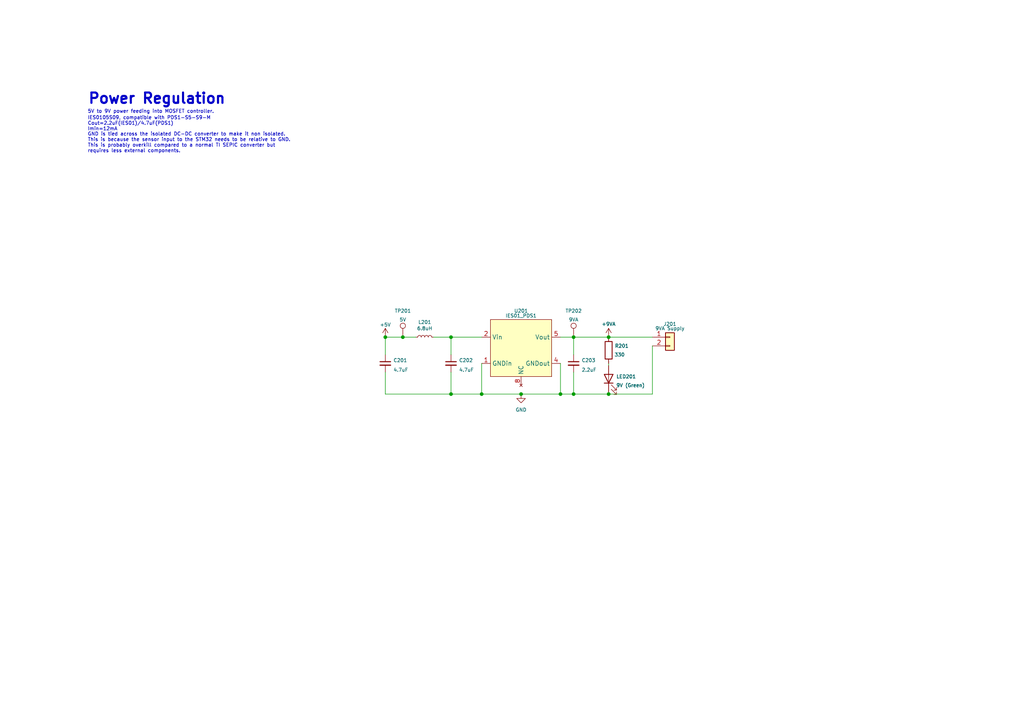
<source format=kicad_sch>
(kicad_sch (version 20211123) (generator eeschema)
  (paper "A4")
  (title_block (title "Curve Tracer") (date "2022-06-05") (rev "1.3.0") (company "Longhorn Racing Solar") (comment 1 "Matthew Yu") (comment 2 "Gary Hallock"))
  (lib_symbols
    (symbol "Array:IES01_PDS1"
      (property "Reference" "U" (at 0 11.43 0))
      (property "Value" "IES01_PDS1" (at 0 8.89 0))
      (symbol "IES01_PDS1_0_1"
        (rectangle (start -8.89 7.62) (end 8.89 -8.89) (stroke (width 0.1524)) (fill (type background)))
      )
      (symbol "IES01_PDS1_1_1"
        (pin input line (at -11.43 -5.08 0) (length 2.54) (name "GNDin") (number "1"))
        (pin input line (at -11.43 2.54 0) (length 2.54) (name "Vin") (number "2"))
        (pin input line (at 11.43 -5.08 180) (length 2.54) (name "GNDout") (number "4"))
        (pin power_out line (at 11.43 2.54 180) (length 2.54) (name "Vout") (number "5"))
        (pin no_connect line (at 0 -11.43 90) (length 2.54) (name "NC") (number "8"))
      )
    )
    (symbol "Connector:TestPoint" (pin_numbers hide) (pin_names (offset 0.762) hide)
      (property "Reference" "TP" (at 0 6.858 0))
      (property "Value" "TestPoint" (at 0 5.08 0))
      (symbol "TestPoint_0_1"
        (circle (center 0 3.302) (radius 0.762))
      )
      (symbol "TestPoint_1_1"
        (pin passive line (at 0 0 90) (length 2.54) (name "1") (number "1"))
      )
    )
    (symbol "Connector_Generic:Conn_01x02" (pin_names (offset 1.016) hide)
      (property "Reference" "J" (at 0 2.54 0))
      (property "Value" "Conn_01x02" (at 0 -5.08 0))
      (symbol "Conn_01x02_1_1"
        (rectangle (start -1.27 -2.413) (end 0 -2.667) (stroke (width 0.1524)))
        (rectangle (start -1.27 0.127) (end 0 -0.127) (stroke (width 0.1524)))
        (rectangle (start -1.27 1.27) (end 1.27 -3.81) (stroke (width 0.254)) (fill (type background)))
        (pin passive line (at -5.08 0 0) (length 3.81) (name "Pin_1") (number "1"))
        (pin passive line (at -5.08 -2.54 0) (length 3.81) (name "Pin_2") (number "2"))
      )
    )
    (symbol "Device:C_Small" (pin_numbers hide) (pin_names (offset 0.254) hide)
      (property "Reference" "C" (at 0.254 1.778 0))
      (property "Value" "C_Small" (at 0.254 -2.032 0))
      (symbol "C_Small_0_1"
        (polyline (pts (xy -1.524 -0.508) (xy 1.524 -0.508)) (stroke (width 0.3302)))
        (polyline (pts (xy -1.524 0.508) (xy 1.524 0.508)) (stroke (width 0.3048)))
      )
      (symbol "C_Small_1_1"
        (pin passive line (at 0 2.54 270) (length 2.032) (name "~") (number "1"))
        (pin passive line (at 0 -2.54 90) (length 2.032) (name "~") (number "2"))
      )
    )
    (symbol "Device:LED" (pin_numbers hide) (pin_names (offset 1.016) hide)
      (property "Reference" "D" (at 0 2.54 0))
      (property "Value" "LED" (at 0 -2.54 0))
      (symbol "LED_0_1"
        (polyline (pts (xy -1.27 -1.27) (xy -1.27 1.27)) (stroke (width 0.254)))
        (polyline (pts (xy -1.27 0) (xy 1.27 0)))
        (polyline (pts (xy 1.27 -1.27) (xy 1.27 1.27) (xy -1.27 0) (xy 1.27 -1.27)) (stroke (width 0.254)))
        (polyline (pts (xy -3.048 -0.762) (xy -4.572 -2.286) (xy -3.81 -2.286) (xy -4.572 -2.286) (xy -4.572 -1.524)))
        (polyline (pts (xy -1.778 -0.762) (xy -3.302 -2.286) (xy -2.54 -2.286) (xy -3.302 -2.286) (xy -3.302 -1.524)))
      )
      (symbol "LED_1_1"
        (pin passive line (at -3.81 0 0) (length 2.54) (name "K") (number "1"))
        (pin passive line (at 3.81 0 180) (length 2.54) (name "A") (number "2"))
      )
    )
    (symbol "Device:L_Small" (pin_numbers hide) (pin_names (offset 0.254) hide)
      (property "Reference" "L" (at 0.762 1.016 0))
      (property "Value" "L_Small" (at 0.762 -1.016 0))
      (symbol "L_Small_0_1"
        (arc (start 0 -2.032) (mid 0.508 -1.524) (end 0 -1.016))
        (arc (start 0 -1.016) (mid 0.508 -0.508) (end 0 0))
        (arc (start 0 0) (mid 0.508 0.508) (end 0 1.016))
        (arc (start 0 1.016) (mid 0.508 1.524) (end 0 2.032))
      )
      (symbol "L_Small_1_1"
        (pin passive line (at 0 2.54 270) (length 0.508) (name "~") (number "1"))
        (pin passive line (at 0 -2.54 90) (length 0.508) (name "~") (number "2"))
      )
    )
    (symbol "Device:R" (pin_numbers hide) (pin_names (offset 0))
      (property "Reference" "R" (at 2.032 0 90))
      (property "Value" "R" (at 0 0 90))
      (symbol "R_0_1"
        (rectangle (start -1.016 -2.54) (end 1.016 2.54) (stroke (width 0.254)))
      )
      (symbol "R_1_1"
        (pin passive line (at 0 3.81 270) (length 1.27) (name "~") (number "1"))
        (pin passive line (at 0 -3.81 90) (length 1.27) (name "~") (number "2"))
      )
    )
    (symbol "power:+5V" (power) (pin_names (offset 0))
      (property "Value" "+5V" (at 0 3.556 0))
      (symbol "+5V_0_1"
        (polyline (pts (xy -0.762 1.27) (xy 0 2.54)))
        (polyline (pts (xy 0 0) (xy 0 2.54)))
        (polyline (pts (xy 0 2.54) (xy 0.762 1.27)))
      )
      (symbol "+5V_1_1"
        (pin power_in line (at 0 0 90) (length 0) hide (name "+5V") (number "1"))
      )
    )
    (symbol "power:+9VA" (power) (pin_names (offset 0))
      (property "Value" "+9VA" (at 0 3.81 0))
      (symbol "+9VA_0_1"
        (polyline (pts (xy -0.762 1.27) (xy 0 2.54)))
        (polyline (pts (xy 0 0) (xy 0 2.54)))
        (polyline (pts (xy 0 2.54) (xy 0.762 1.27)))
      )
      (symbol "+9VA_1_1"
        (pin power_in line (at 0 0 90) (length 0) hide (name "+9VA") (number "1"))
      )
    )
    (symbol "power:GND" (power) (pin_names (offset 0))
      (property "Value" "GND" (at 0 -3.81 0))
      (symbol "GND_0_1"
        (polyline (pts (xy 0 0) (xy 0 -1.27) (xy 1.27 -1.27) (xy 0 -2.54) (xy -1.27 -1.27) (xy 0 -1.27)))
      )
      (symbol "GND_1_1"
        (pin power_in line (at 0 0 270) (length 0) hide (name "GND") (number "1"))
      )
    )
  )
  (junction (at 139.7 114.3))
  (junction (at 176.53 114.3))
  (junction (at 116.84 97.79))
  (junction (at 166.37 114.3))
  (junction (at 151.13 114.3))
  (junction (at 162.56 114.3))
  (junction (at 130.81 114.3))
  (junction (at 166.37 97.79))
  (junction (at 111.76 97.79))
  (junction (at 130.81 97.79))
  (junction (at 176.53 97.79))
  (wire (pts (xy 176.53 106.045) (xy 176.53 105.41)))
  (wire (pts (xy 166.37 114.3) (xy 162.56 114.3)))
  (wire (pts (xy 125.73 97.79) (xy 130.81 97.79)))
  (wire (pts (xy 130.81 114.3) (xy 111.76 114.3)))
  (wire (pts (xy 166.37 97.79) (xy 176.53 97.79)))
  (wire (pts (xy 189.23 100.33) (xy 189.23 114.3)))
  (wire (pts (xy 116.84 97.79) (xy 111.76 97.79)))
  (wire (pts (xy 130.81 107.95) (xy 130.81 114.3)))
  (wire (pts (xy 166.37 97.79) (xy 166.37 102.87)))
  (wire (pts (xy 130.81 97.79) (xy 130.81 102.87)))
  (wire (pts (xy 162.56 97.79) (xy 166.37 97.79)))
  (wire (pts (xy 162.56 105.41) (xy 162.56 114.3)))
  (wire (pts (xy 189.23 114.3) (xy 176.53 114.3)))
  (wire (pts (xy 139.7 105.41) (xy 139.7 114.3)))
  (wire (pts (xy 111.76 97.79) (xy 111.76 102.87)))
  (wire (pts (xy 151.13 114.3) (xy 139.7 114.3)))
  (wire (pts (xy 176.53 114.3) (xy 176.53 113.665)))
  (wire (pts (xy 166.37 107.95) (xy 166.37 114.3)))
  (wire (pts (xy 166.37 114.3) (xy 176.53 114.3)))
  (wire (pts (xy 139.7 114.3) (xy 130.81 114.3)))
  (wire (pts (xy 111.76 114.3) (xy 111.76 107.95)))
  (wire (pts (xy 162.56 114.3) (xy 151.13 114.3)))
  (wire (pts (xy 130.81 97.79) (xy 139.7 97.79)))
  (wire (pts (xy 116.84 97.79) (xy 120.65 97.79)))
  (wire (pts (xy 176.53 97.79) (xy 189.23 97.79)))
  (text "GND is tied across the isolated DC-DC converter to make it non isolated. \nThis is because the sensor input to the STM32 needs to be relative to GND.\nThis is probably overkill compared to a normal TI SEPIC converter but \nrequires less external components." (at 25.4 44.45 0) (effects (font (size 1 1)) (justify left bottom)))
  (text "IES0105S09, compatible with PDS1-S5-S9-M\nCout=2.2uF(IES01)/4.7uF(PDS1)\nImin=12mA" (at 25.4 38.1 0) (effects (font (size 1 1)) (justify left bottom)))
  (text "Power Regulation" (at 25.4 30.48 0) (effects (font (size 3 3) (thickness 0.6096) bold) (justify left bottom)))
  (text "5V to 9V power feeding into MOSFET controller." (at 25.4 33.02 0) (effects (font (size 1 1)) (justify left bottom)))
  (symbol (lib_id "Device:R") (at 176.53 101.6 0) (unit 1)
    (property "Reference" "R201" (at 180.34 100.33 0) (effects (font (size 1 1))))
    (property "Value" "330" (at 179.705 102.87 0) (effects (font (size 1 1))))
    (property "Footprint" "Resistor_SMD:R_0805_2012Metric" (effects hide))
    (property "Datasheet" "https://datasheet.lcsc.com/lcsc/2110251830_UNI-ROYAL-Uniroyal-Elec-0805W8F3300T5E_C17630.pdf" (effects hide))
    (property "Distributor" "JLCPCB" (effects hide))
    (property "Manufacturer" "Uniroyal Elec" (effects hide))
    (property "Part Number" "N/A" (effects hide))
    (property "JLCPCB BOM" "1" (effects hide))
    (property "LCSC Part" "C17630" (effects hide))
    (property "Projected Cost" "0.0024" (effects hide))
    (property "Purchase Page" "N/A" (effects hide))
  )
  (symbol (lib_id "Device:C_Small") (at 111.76 105.41 0) (unit 1)
    (property "Reference" "C201" (at 114.0841 104.5078 0) (effects (font (size 1 1)) (justify left)))
    (property "Value" "4.7uF" (at 114.0841 107.2829 0) (effects (font (size 1 1)) (justify left)))
    (property "Footprint" "Capacitor_SMD:C_0805_2012Metric" (effects hide))
    (property "Datasheet" "https://datasheet.lcsc.com/lcsc/1810261822_Samsung-Electro-Mechanics-CL21A475KAQNNNE_C1779.pdf" (effects hide))
    (property "Distributor" "JLCPCB" (effects hide))
    (property "Manufacturer" "Samsung Electro-Mechanics" (effects hide))
    (property "Part Number" "N/A" (effects hide))
    (property "JLCPCB BOM" "1" (effects hide))
    (property "LCSC Part" "C1779" (effects hide))
    (property "Projected Cost" "0.0109" (effects hide))
    (property "Purchase Page" "N/A" (effects hide))
  )
  (symbol (lib_id "Device:C_Small") (at 166.37 105.41 0) (unit 1)
    (property "Reference" "C203" (at 168.6941 104.5078 0) (effects (font (size 1 1)) (justify left)))
    (property "Value" "2.2uF" (at 168.6941 107.2829 0) (effects (font (size 1 1)) (justify left)))
    (property "Footprint" "Capacitor_SMD:C_0805_2012Metric" (effects hide))
    (property "Datasheet" "https://datasheet.lcsc.com/lcsc/1811101411_FH-Guangdong-Fenghua-Advanced-Tech-0805F225M500NT_C49217.pdf" (effects hide))
    (property "Distributor" "JLCPCB" (effects hide))
    (property "Manufacturer" "Guangdong Fenghua Advanced Tech" (effects hide))
    (property "Part Number" "N/A" (effects hide))
    (property "JLCPCB BOM" "1" (effects hide))
    (property "LCSC Part" "C49217" (effects hide))
    (property "Projected Cost" "0.0172" (effects hide))
    (property "Purchase Page" "N/A" (effects hide))
  )
  (symbol (lib_id "power:+5V") (at 111.76 97.79 0) (unit 1)
    (property "Reference" "#PWR0201" (effects hide))
    (property "Value" "+5V" (at 111.76 94.1855 0) (effects (font (size 1 1))))
  )
  (symbol (lib_id "Array:IES01_PDS1") (at 151.13 100.33 0) (unit 1)
    (property "Reference" "U201" (at 151.13 90.17 0) (effects (font (size 1 1))))
    (property "Value" "IES01_PDS1" (at 151.13 91.5694 0) (effects (font (size 1 1))))
    (property "Footprint" "Footprints:IES01_PDS1" (effects hide))
    (property "Datasheet" "https://www.mouser.com/datasheet/2/942/SF_IES01-1666999.pdf" (effects hide))
    (property "Distributor" "Mouser" (effects hide))
    (property "Manufacturer" "XP Power" (effects hide))
    (property "Part Number" "209-IES0105S09" (effects hide))
    (property "JLCPCB BOM" "0" (effects hide))
    (property "LCSC Part" "N/A" (effects hide))
    (property "Projected Cost" "3.60" (effects hide))
    (property "Purchase Page" "https://www.mouser.com/ProductDetail/XP-Power/IES0105S09?qs=Cb2nCFKsA8olKT2yq0l%2FZg%3D%3D" (effects hide))
    (property "Alternative Part" "https://www.mouser.com/ProductDetail/CUI-Inc/PDS1-S5-S9-M-TR?qs=WyjlAZoYn52QMcZg5rCl5g%3D%3D" (effects hide))
  )
  (symbol (lib_id "Connector:TestPoint") (at 166.37 97.79 0) (unit 1)
    (property "Reference" "TP202" (at 166.37 90.17 0) (effects (font (size 1 1))))
    (property "Value" "9VA" (at 166.37 92.71 0) (effects (font (size 1 1))))
    (property "Footprint" "TestPoint:TestPoint_Pad_1.0x1.0mm" (effects hide))
    (property "Part Number" "N/A" (effects hide))
  )
  (symbol (lib_id "Connector_Generic:Conn_01x02") (at 194.31 97.79 0) (unit 1)
    (property "Reference" "J201" (at 194.31 93.98 0) (effects (font (size 1 1))))
    (property "Value" "9VA Supply" (at 194.31 95.25 0) (effects (font (size 1 1))))
    (property "Footprint" "Connector_Molex:Molex_Micro-Fit_3.0_43650-0215_1x02_P3.00mm_Vertical" (effects hide))
    (property "Datasheet" "https://www.mouser.com/datasheet/2/276/0436500215_PCB_HEADERS-148687.pdf" (effects hide))
    (property "Distributor" "Mouser" (effects hide))
    (property "Manufacturer" "Molex" (effects hide))
    (property "Part Number" "538-43650-0215" (effects hide))
    (property "JLCPCB BOM" "0" (effects hide))
    (property "LCSC Part" "N/A" (effects hide))
    (property "Projected Cost" "1.46" (effects hide))
    (property "Purchase Page" "https://www.mouser.com/ProductDetail/538-43650-0215" (effects hide))
  )
  (symbol (lib_id "Connector:TestPoint") (at 116.84 97.79 0) (unit 1)
    (property "Reference" "TP201" (at 116.84 90.17 0) (effects (font (size 1 1))))
    (property "Value" "5V" (at 116.84 92.71 0) (effects (font (size 1 1))))
    (property "Footprint" "TestPoint:TestPoint_Pad_1.0x1.0mm" (effects hide))
    (property "Part Number" "N/A" (effects hide))
  )
  (symbol (lib_id "Device:C_Small") (at 130.81 105.41 0) (unit 1)
    (property "Reference" "C202" (at 133.1341 104.5078 0) (effects (font (size 1 1)) (justify left)))
    (property "Value" "4.7uF" (at 133.1341 107.2829 0) (effects (font (size 1 1)) (justify left)))
    (property "Footprint" "Capacitor_SMD:C_0805_2012Metric" (effects hide))
    (property "Datasheet" "https://datasheet.lcsc.com/lcsc/1810261822_Samsung-Electro-Mechanics-CL21A475KAQNNNE_C1779.pdf" (effects hide))
    (property "Distributor" "JLCPCB" (effects hide))
    (property "Manufacturer" "Samsung Electro-Mechanics" (effects hide))
    (property "Part Number" "N/A" (effects hide))
    (property "JLCPCB BOM" "1" (effects hide))
    (property "LCSC Part" "C1779" (effects hide))
    (property "Projected Cost" "0.0109" (effects hide))
    (property "Purchase Page" "N/A" (effects hide))
  )
  (symbol (lib_id "power:+9VA") (at 176.53 97.79 0) (unit 1)
    (property "Reference" "#PWR0203" (effects hide))
    (property "Value" "+9VA" (at 176.53 93.98 0) (effects (font (size 1 1))))
  )
  (symbol (lib_id "Device:L_Small") (at 123.19 97.79 90) (unit 1)
    (property "Reference" "L201" (at 123.19 93.4425 90) (effects (font (size 1 1))))
    (property "Value" "6.8uH" (at 123.19 95.25 90) (effects (font (size 1 1))))
    (property "Footprint" "Inductor_SMD:L_Taiyo-Yuden_NR-50xx" (effects hide))
    (property "Datasheet" "https://www.mouser.com/datasheet/2/396/wound04_e-1290968.pdf" (effects hide))
    (property "Distributor" "Mouser" (effects hide))
    (property "Manufacturer" "Taiyo Yuden" (effects hide))
    (property "Part Number" "963-NRS5040T6R8MMGJ" (effects hide))
    (property "JLCPCB BOM" "0" (effects hide))
    (property "LCSC Part" "N/A" (effects hide))
    (property "Projected Cost" "0.36" (effects hide))
    (property "Purchase Page" "https://www.mouser.com/ProductDetail/Taiyo-Yuden/NRS5040T6R8MMGJ?qs=y6ZabgHbY%252Bzi5243tSRdMg%3D%3D" (effects hide))
  )
  (symbol (lib_id "Device:LED") (at 176.53 109.855 90) (unit 1)
    (property "Reference" "LED201" (at 181.61 109.22 90) (effects (font (size 1 1))))
    (property "Value" "9V (Green)" (at 182.88 111.76 90) (effects (font (size 1 1))))
    (property "Footprint" "LED_SMD:LED_0805_2012Metric" (effects hide))
    (property "Datasheet" "https://www.mouser.com/datasheet/2/216/APTD2012LCGCK-1102037.pdf" (effects hide))
    (property "Distributor" "Mouser" (effects hide))
    (property "Manufacturer" "Kingbright" (effects hide))
    (property "Part Number" "604-APTD2012LCGCK" (effects hide))
    (property "JLCPCB BOM" "0" (effects hide))
    (property "LCSC Part" "N/A" (effects hide))
    (property "Projected Cost" "0.42" (effects hide))
    (property "Purchase Page" "https://www.mouser.com/ProductDetail/Kingbright/APTD2012LCGCK?qs=AQlKX63v8RvNHN%2F9EGvNTg%3D%3D" (effects hide))
  )
  (symbol (lib_id "power:GND") (at 151.13 114.3 0) (unit 1)
    (property "Reference" "#PWR0202" (effects hide))
    (property "Value" "GND" (at 151.13 118.8625 0) (effects (font (size 1 1))))
  )
)
</source>
